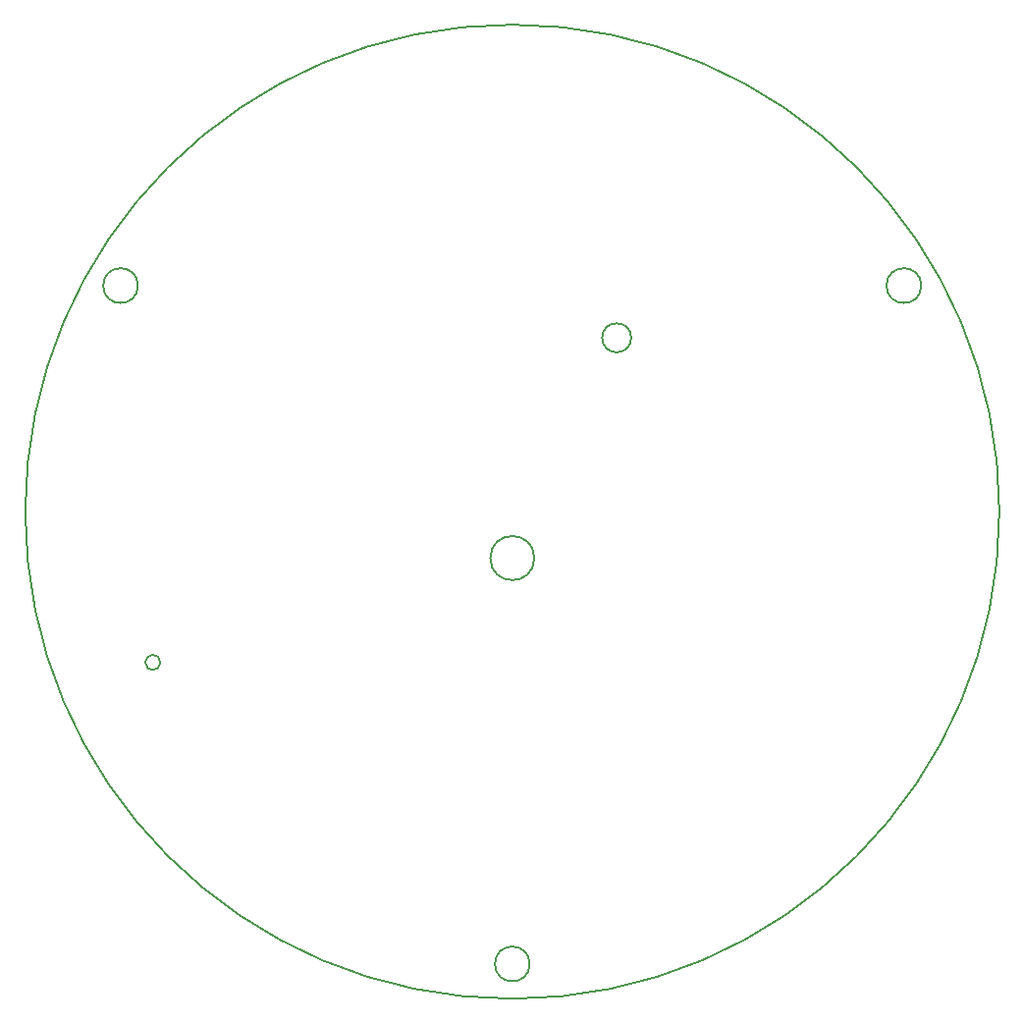
<source format=gbr>
%TF.GenerationSoftware,KiCad,Pcbnew,5.1.10*%
%TF.CreationDate,2021-09-26T09:19:48+10:00*%
%TF.ProjectId,pcb-main,7063622d-6d61-4696-9e2e-6b696361645f,rev?*%
%TF.SameCoordinates,Original*%
%TF.FileFunction,Profile,NP*%
%FSLAX46Y46*%
G04 Gerber Fmt 4.6, Leading zero omitted, Abs format (unit mm)*
G04 Created by KiCad (PCBNEW 5.1.10) date 2021-09-26 09:19:48*
%MOMM*%
%LPD*%
G01*
G04 APERTURE LIST*
%TA.AperFunction,Profile*%
%ADD10C,0.150000*%
%TD*%
G04 APERTURE END LIST*
D10*
X119650000Y-113000000D02*
G75*
G03*
X119650000Y-113000000I-650000J0D01*
G01*
X185270000Y-80500000D02*
G75*
G03*
X185270000Y-80500000I-1500000J0D01*
G01*
X117720000Y-80500000D02*
G75*
G03*
X117720000Y-80500000I-1500000J0D01*
G01*
X151500000Y-139000000D02*
G75*
G03*
X151500000Y-139000000I-1500000J0D01*
G01*
X160250000Y-85000000D02*
G75*
G03*
X160250000Y-85000000I-1250000J0D01*
G01*
X151900000Y-104000000D02*
G75*
G03*
X151900000Y-104000000I-1900000J0D01*
G01*
X192000000Y-100000000D02*
G75*
G03*
X192000000Y-100000000I-42000000J0D01*
G01*
M02*

</source>
